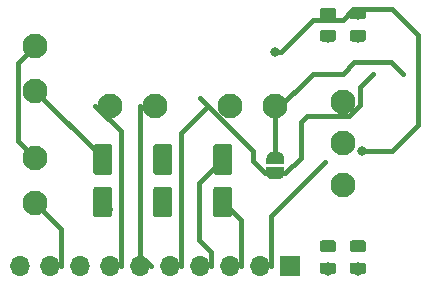
<source format=gbr>
G04 #@! TF.GenerationSoftware,KiCad,Pcbnew,5.1.4-e60b266~84~ubuntu18.04.1*
G04 #@! TF.CreationDate,2019-09-26T20:27:51+08:00*
G04 #@! TF.ProjectId,head,68656164-2e6b-4696-9361-645f70636258,rev?*
G04 #@! TF.SameCoordinates,Original*
G04 #@! TF.FileFunction,Copper,L1,Top*
G04 #@! TF.FilePolarity,Positive*
%FSLAX46Y46*%
G04 Gerber Fmt 4.6, Leading zero omitted, Abs format (unit mm)*
G04 Created by KiCad (PCBNEW 5.1.4-e60b266~84~ubuntu18.04.1) date 2019-09-26 20:27:51*
%MOMM*%
%LPD*%
G04 APERTURE LIST*
%ADD10C,0.100000*%
%ADD11C,0.975000*%
%ADD12C,1.600000*%
%ADD13C,2.100000*%
%ADD14C,0.500000*%
%ADD15O,1.700000X1.700000*%
%ADD16R,1.700000X1.700000*%
%ADD17C,0.800000*%
%ADD18C,0.400000*%
G04 APERTURE END LIST*
D10*
G36*
X77950142Y-47598174D02*
G01*
X77973803Y-47601684D01*
X77997007Y-47607496D01*
X78019529Y-47615554D01*
X78041153Y-47625782D01*
X78061670Y-47638079D01*
X78080883Y-47652329D01*
X78098607Y-47668393D01*
X78114671Y-47686117D01*
X78128921Y-47705330D01*
X78141218Y-47725847D01*
X78151446Y-47747471D01*
X78159504Y-47769993D01*
X78165316Y-47793197D01*
X78168826Y-47816858D01*
X78170000Y-47840750D01*
X78170000Y-48328250D01*
X78168826Y-48352142D01*
X78165316Y-48375803D01*
X78159504Y-48399007D01*
X78151446Y-48421529D01*
X78141218Y-48443153D01*
X78128921Y-48463670D01*
X78114671Y-48482883D01*
X78098607Y-48500607D01*
X78080883Y-48516671D01*
X78061670Y-48530921D01*
X78041153Y-48543218D01*
X78019529Y-48553446D01*
X77997007Y-48561504D01*
X77973803Y-48567316D01*
X77950142Y-48570826D01*
X77926250Y-48572000D01*
X77013750Y-48572000D01*
X76989858Y-48570826D01*
X76966197Y-48567316D01*
X76942993Y-48561504D01*
X76920471Y-48553446D01*
X76898847Y-48543218D01*
X76878330Y-48530921D01*
X76859117Y-48516671D01*
X76841393Y-48500607D01*
X76825329Y-48482883D01*
X76811079Y-48463670D01*
X76798782Y-48443153D01*
X76788554Y-48421529D01*
X76780496Y-48399007D01*
X76774684Y-48375803D01*
X76771174Y-48352142D01*
X76770000Y-48328250D01*
X76770000Y-47840750D01*
X76771174Y-47816858D01*
X76774684Y-47793197D01*
X76780496Y-47769993D01*
X76788554Y-47747471D01*
X76798782Y-47725847D01*
X76811079Y-47705330D01*
X76825329Y-47686117D01*
X76841393Y-47668393D01*
X76859117Y-47652329D01*
X76878330Y-47638079D01*
X76898847Y-47625782D01*
X76920471Y-47615554D01*
X76942993Y-47607496D01*
X76966197Y-47601684D01*
X76989858Y-47598174D01*
X77013750Y-47597000D01*
X77926250Y-47597000D01*
X77950142Y-47598174D01*
X77950142Y-47598174D01*
G37*
D11*
X77470000Y-48084500D03*
D10*
G36*
X77950142Y-49473174D02*
G01*
X77973803Y-49476684D01*
X77997007Y-49482496D01*
X78019529Y-49490554D01*
X78041153Y-49500782D01*
X78061670Y-49513079D01*
X78080883Y-49527329D01*
X78098607Y-49543393D01*
X78114671Y-49561117D01*
X78128921Y-49580330D01*
X78141218Y-49600847D01*
X78151446Y-49622471D01*
X78159504Y-49644993D01*
X78165316Y-49668197D01*
X78168826Y-49691858D01*
X78170000Y-49715750D01*
X78170000Y-50203250D01*
X78168826Y-50227142D01*
X78165316Y-50250803D01*
X78159504Y-50274007D01*
X78151446Y-50296529D01*
X78141218Y-50318153D01*
X78128921Y-50338670D01*
X78114671Y-50357883D01*
X78098607Y-50375607D01*
X78080883Y-50391671D01*
X78061670Y-50405921D01*
X78041153Y-50418218D01*
X78019529Y-50428446D01*
X77997007Y-50436504D01*
X77973803Y-50442316D01*
X77950142Y-50445826D01*
X77926250Y-50447000D01*
X77013750Y-50447000D01*
X76989858Y-50445826D01*
X76966197Y-50442316D01*
X76942993Y-50436504D01*
X76920471Y-50428446D01*
X76898847Y-50418218D01*
X76878330Y-50405921D01*
X76859117Y-50391671D01*
X76841393Y-50375607D01*
X76825329Y-50357883D01*
X76811079Y-50338670D01*
X76798782Y-50318153D01*
X76788554Y-50296529D01*
X76780496Y-50274007D01*
X76774684Y-50250803D01*
X76771174Y-50227142D01*
X76770000Y-50203250D01*
X76770000Y-49715750D01*
X76771174Y-49691858D01*
X76774684Y-49668197D01*
X76780496Y-49644993D01*
X76788554Y-49622471D01*
X76798782Y-49600847D01*
X76811079Y-49580330D01*
X76825329Y-49561117D01*
X76841393Y-49543393D01*
X76859117Y-49527329D01*
X76878330Y-49513079D01*
X76898847Y-49500782D01*
X76920471Y-49490554D01*
X76942993Y-49482496D01*
X76966197Y-49476684D01*
X76989858Y-49473174D01*
X77013750Y-49472000D01*
X77926250Y-49472000D01*
X77950142Y-49473174D01*
X77950142Y-49473174D01*
G37*
D11*
X77470000Y-49959500D03*
D10*
G36*
X75410142Y-47598174D02*
G01*
X75433803Y-47601684D01*
X75457007Y-47607496D01*
X75479529Y-47615554D01*
X75501153Y-47625782D01*
X75521670Y-47638079D01*
X75540883Y-47652329D01*
X75558607Y-47668393D01*
X75574671Y-47686117D01*
X75588921Y-47705330D01*
X75601218Y-47725847D01*
X75611446Y-47747471D01*
X75619504Y-47769993D01*
X75625316Y-47793197D01*
X75628826Y-47816858D01*
X75630000Y-47840750D01*
X75630000Y-48328250D01*
X75628826Y-48352142D01*
X75625316Y-48375803D01*
X75619504Y-48399007D01*
X75611446Y-48421529D01*
X75601218Y-48443153D01*
X75588921Y-48463670D01*
X75574671Y-48482883D01*
X75558607Y-48500607D01*
X75540883Y-48516671D01*
X75521670Y-48530921D01*
X75501153Y-48543218D01*
X75479529Y-48553446D01*
X75457007Y-48561504D01*
X75433803Y-48567316D01*
X75410142Y-48570826D01*
X75386250Y-48572000D01*
X74473750Y-48572000D01*
X74449858Y-48570826D01*
X74426197Y-48567316D01*
X74402993Y-48561504D01*
X74380471Y-48553446D01*
X74358847Y-48543218D01*
X74338330Y-48530921D01*
X74319117Y-48516671D01*
X74301393Y-48500607D01*
X74285329Y-48482883D01*
X74271079Y-48463670D01*
X74258782Y-48443153D01*
X74248554Y-48421529D01*
X74240496Y-48399007D01*
X74234684Y-48375803D01*
X74231174Y-48352142D01*
X74230000Y-48328250D01*
X74230000Y-47840750D01*
X74231174Y-47816858D01*
X74234684Y-47793197D01*
X74240496Y-47769993D01*
X74248554Y-47747471D01*
X74258782Y-47725847D01*
X74271079Y-47705330D01*
X74285329Y-47686117D01*
X74301393Y-47668393D01*
X74319117Y-47652329D01*
X74338330Y-47638079D01*
X74358847Y-47625782D01*
X74380471Y-47615554D01*
X74402993Y-47607496D01*
X74426197Y-47601684D01*
X74449858Y-47598174D01*
X74473750Y-47597000D01*
X75386250Y-47597000D01*
X75410142Y-47598174D01*
X75410142Y-47598174D01*
G37*
D11*
X74930000Y-48084500D03*
D10*
G36*
X75410142Y-49473174D02*
G01*
X75433803Y-49476684D01*
X75457007Y-49482496D01*
X75479529Y-49490554D01*
X75501153Y-49500782D01*
X75521670Y-49513079D01*
X75540883Y-49527329D01*
X75558607Y-49543393D01*
X75574671Y-49561117D01*
X75588921Y-49580330D01*
X75601218Y-49600847D01*
X75611446Y-49622471D01*
X75619504Y-49644993D01*
X75625316Y-49668197D01*
X75628826Y-49691858D01*
X75630000Y-49715750D01*
X75630000Y-50203250D01*
X75628826Y-50227142D01*
X75625316Y-50250803D01*
X75619504Y-50274007D01*
X75611446Y-50296529D01*
X75601218Y-50318153D01*
X75588921Y-50338670D01*
X75574671Y-50357883D01*
X75558607Y-50375607D01*
X75540883Y-50391671D01*
X75521670Y-50405921D01*
X75501153Y-50418218D01*
X75479529Y-50428446D01*
X75457007Y-50436504D01*
X75433803Y-50442316D01*
X75410142Y-50445826D01*
X75386250Y-50447000D01*
X74473750Y-50447000D01*
X74449858Y-50445826D01*
X74426197Y-50442316D01*
X74402993Y-50436504D01*
X74380471Y-50428446D01*
X74358847Y-50418218D01*
X74338330Y-50405921D01*
X74319117Y-50391671D01*
X74301393Y-50375607D01*
X74285329Y-50357883D01*
X74271079Y-50338670D01*
X74258782Y-50318153D01*
X74248554Y-50296529D01*
X74240496Y-50274007D01*
X74234684Y-50250803D01*
X74231174Y-50227142D01*
X74230000Y-50203250D01*
X74230000Y-49715750D01*
X74231174Y-49691858D01*
X74234684Y-49668197D01*
X74240496Y-49644993D01*
X74248554Y-49622471D01*
X74258782Y-49600847D01*
X74271079Y-49580330D01*
X74285329Y-49561117D01*
X74301393Y-49543393D01*
X74319117Y-49527329D01*
X74338330Y-49513079D01*
X74358847Y-49500782D01*
X74380471Y-49490554D01*
X74402993Y-49482496D01*
X74426197Y-49476684D01*
X74449858Y-49473174D01*
X74473750Y-49472000D01*
X75386250Y-49472000D01*
X75410142Y-49473174D01*
X75410142Y-49473174D01*
G37*
D11*
X74930000Y-49959500D03*
D10*
G36*
X77950142Y-27913174D02*
G01*
X77973803Y-27916684D01*
X77997007Y-27922496D01*
X78019529Y-27930554D01*
X78041153Y-27940782D01*
X78061670Y-27953079D01*
X78080883Y-27967329D01*
X78098607Y-27983393D01*
X78114671Y-28001117D01*
X78128921Y-28020330D01*
X78141218Y-28040847D01*
X78151446Y-28062471D01*
X78159504Y-28084993D01*
X78165316Y-28108197D01*
X78168826Y-28131858D01*
X78170000Y-28155750D01*
X78170000Y-28643250D01*
X78168826Y-28667142D01*
X78165316Y-28690803D01*
X78159504Y-28714007D01*
X78151446Y-28736529D01*
X78141218Y-28758153D01*
X78128921Y-28778670D01*
X78114671Y-28797883D01*
X78098607Y-28815607D01*
X78080883Y-28831671D01*
X78061670Y-28845921D01*
X78041153Y-28858218D01*
X78019529Y-28868446D01*
X77997007Y-28876504D01*
X77973803Y-28882316D01*
X77950142Y-28885826D01*
X77926250Y-28887000D01*
X77013750Y-28887000D01*
X76989858Y-28885826D01*
X76966197Y-28882316D01*
X76942993Y-28876504D01*
X76920471Y-28868446D01*
X76898847Y-28858218D01*
X76878330Y-28845921D01*
X76859117Y-28831671D01*
X76841393Y-28815607D01*
X76825329Y-28797883D01*
X76811079Y-28778670D01*
X76798782Y-28758153D01*
X76788554Y-28736529D01*
X76780496Y-28714007D01*
X76774684Y-28690803D01*
X76771174Y-28667142D01*
X76770000Y-28643250D01*
X76770000Y-28155750D01*
X76771174Y-28131858D01*
X76774684Y-28108197D01*
X76780496Y-28084993D01*
X76788554Y-28062471D01*
X76798782Y-28040847D01*
X76811079Y-28020330D01*
X76825329Y-28001117D01*
X76841393Y-27983393D01*
X76859117Y-27967329D01*
X76878330Y-27953079D01*
X76898847Y-27940782D01*
X76920471Y-27930554D01*
X76942993Y-27922496D01*
X76966197Y-27916684D01*
X76989858Y-27913174D01*
X77013750Y-27912000D01*
X77926250Y-27912000D01*
X77950142Y-27913174D01*
X77950142Y-27913174D01*
G37*
D11*
X77470000Y-28399500D03*
D10*
G36*
X77950142Y-29788174D02*
G01*
X77973803Y-29791684D01*
X77997007Y-29797496D01*
X78019529Y-29805554D01*
X78041153Y-29815782D01*
X78061670Y-29828079D01*
X78080883Y-29842329D01*
X78098607Y-29858393D01*
X78114671Y-29876117D01*
X78128921Y-29895330D01*
X78141218Y-29915847D01*
X78151446Y-29937471D01*
X78159504Y-29959993D01*
X78165316Y-29983197D01*
X78168826Y-30006858D01*
X78170000Y-30030750D01*
X78170000Y-30518250D01*
X78168826Y-30542142D01*
X78165316Y-30565803D01*
X78159504Y-30589007D01*
X78151446Y-30611529D01*
X78141218Y-30633153D01*
X78128921Y-30653670D01*
X78114671Y-30672883D01*
X78098607Y-30690607D01*
X78080883Y-30706671D01*
X78061670Y-30720921D01*
X78041153Y-30733218D01*
X78019529Y-30743446D01*
X77997007Y-30751504D01*
X77973803Y-30757316D01*
X77950142Y-30760826D01*
X77926250Y-30762000D01*
X77013750Y-30762000D01*
X76989858Y-30760826D01*
X76966197Y-30757316D01*
X76942993Y-30751504D01*
X76920471Y-30743446D01*
X76898847Y-30733218D01*
X76878330Y-30720921D01*
X76859117Y-30706671D01*
X76841393Y-30690607D01*
X76825329Y-30672883D01*
X76811079Y-30653670D01*
X76798782Y-30633153D01*
X76788554Y-30611529D01*
X76780496Y-30589007D01*
X76774684Y-30565803D01*
X76771174Y-30542142D01*
X76770000Y-30518250D01*
X76770000Y-30030750D01*
X76771174Y-30006858D01*
X76774684Y-29983197D01*
X76780496Y-29959993D01*
X76788554Y-29937471D01*
X76798782Y-29915847D01*
X76811079Y-29895330D01*
X76825329Y-29876117D01*
X76841393Y-29858393D01*
X76859117Y-29842329D01*
X76878330Y-29828079D01*
X76898847Y-29815782D01*
X76920471Y-29805554D01*
X76942993Y-29797496D01*
X76966197Y-29791684D01*
X76989858Y-29788174D01*
X77013750Y-29787000D01*
X77926250Y-29787000D01*
X77950142Y-29788174D01*
X77950142Y-29788174D01*
G37*
D11*
X77470000Y-30274500D03*
D10*
G36*
X75410142Y-27913174D02*
G01*
X75433803Y-27916684D01*
X75457007Y-27922496D01*
X75479529Y-27930554D01*
X75501153Y-27940782D01*
X75521670Y-27953079D01*
X75540883Y-27967329D01*
X75558607Y-27983393D01*
X75574671Y-28001117D01*
X75588921Y-28020330D01*
X75601218Y-28040847D01*
X75611446Y-28062471D01*
X75619504Y-28084993D01*
X75625316Y-28108197D01*
X75628826Y-28131858D01*
X75630000Y-28155750D01*
X75630000Y-28643250D01*
X75628826Y-28667142D01*
X75625316Y-28690803D01*
X75619504Y-28714007D01*
X75611446Y-28736529D01*
X75601218Y-28758153D01*
X75588921Y-28778670D01*
X75574671Y-28797883D01*
X75558607Y-28815607D01*
X75540883Y-28831671D01*
X75521670Y-28845921D01*
X75501153Y-28858218D01*
X75479529Y-28868446D01*
X75457007Y-28876504D01*
X75433803Y-28882316D01*
X75410142Y-28885826D01*
X75386250Y-28887000D01*
X74473750Y-28887000D01*
X74449858Y-28885826D01*
X74426197Y-28882316D01*
X74402993Y-28876504D01*
X74380471Y-28868446D01*
X74358847Y-28858218D01*
X74338330Y-28845921D01*
X74319117Y-28831671D01*
X74301393Y-28815607D01*
X74285329Y-28797883D01*
X74271079Y-28778670D01*
X74258782Y-28758153D01*
X74248554Y-28736529D01*
X74240496Y-28714007D01*
X74234684Y-28690803D01*
X74231174Y-28667142D01*
X74230000Y-28643250D01*
X74230000Y-28155750D01*
X74231174Y-28131858D01*
X74234684Y-28108197D01*
X74240496Y-28084993D01*
X74248554Y-28062471D01*
X74258782Y-28040847D01*
X74271079Y-28020330D01*
X74285329Y-28001117D01*
X74301393Y-27983393D01*
X74319117Y-27967329D01*
X74338330Y-27953079D01*
X74358847Y-27940782D01*
X74380471Y-27930554D01*
X74402993Y-27922496D01*
X74426197Y-27916684D01*
X74449858Y-27913174D01*
X74473750Y-27912000D01*
X75386250Y-27912000D01*
X75410142Y-27913174D01*
X75410142Y-27913174D01*
G37*
D11*
X74930000Y-28399500D03*
D10*
G36*
X75410142Y-29788174D02*
G01*
X75433803Y-29791684D01*
X75457007Y-29797496D01*
X75479529Y-29805554D01*
X75501153Y-29815782D01*
X75521670Y-29828079D01*
X75540883Y-29842329D01*
X75558607Y-29858393D01*
X75574671Y-29876117D01*
X75588921Y-29895330D01*
X75601218Y-29915847D01*
X75611446Y-29937471D01*
X75619504Y-29959993D01*
X75625316Y-29983197D01*
X75628826Y-30006858D01*
X75630000Y-30030750D01*
X75630000Y-30518250D01*
X75628826Y-30542142D01*
X75625316Y-30565803D01*
X75619504Y-30589007D01*
X75611446Y-30611529D01*
X75601218Y-30633153D01*
X75588921Y-30653670D01*
X75574671Y-30672883D01*
X75558607Y-30690607D01*
X75540883Y-30706671D01*
X75521670Y-30720921D01*
X75501153Y-30733218D01*
X75479529Y-30743446D01*
X75457007Y-30751504D01*
X75433803Y-30757316D01*
X75410142Y-30760826D01*
X75386250Y-30762000D01*
X74473750Y-30762000D01*
X74449858Y-30760826D01*
X74426197Y-30757316D01*
X74402993Y-30751504D01*
X74380471Y-30743446D01*
X74358847Y-30733218D01*
X74338330Y-30720921D01*
X74319117Y-30706671D01*
X74301393Y-30690607D01*
X74285329Y-30672883D01*
X74271079Y-30653670D01*
X74258782Y-30633153D01*
X74248554Y-30611529D01*
X74240496Y-30589007D01*
X74234684Y-30565803D01*
X74231174Y-30542142D01*
X74230000Y-30518250D01*
X74230000Y-30030750D01*
X74231174Y-30006858D01*
X74234684Y-29983197D01*
X74240496Y-29959993D01*
X74248554Y-29937471D01*
X74258782Y-29915847D01*
X74271079Y-29895330D01*
X74285329Y-29876117D01*
X74301393Y-29858393D01*
X74319117Y-29842329D01*
X74338330Y-29828079D01*
X74358847Y-29815782D01*
X74380471Y-29805554D01*
X74402993Y-29797496D01*
X74426197Y-29791684D01*
X74449858Y-29788174D01*
X74473750Y-29787000D01*
X75386250Y-29787000D01*
X75410142Y-29788174D01*
X75410142Y-29788174D01*
G37*
D11*
X74930000Y-30274500D03*
D10*
G36*
X66614504Y-43046204D02*
G01*
X66638773Y-43049804D01*
X66662571Y-43055765D01*
X66685671Y-43064030D01*
X66707849Y-43074520D01*
X66728893Y-43087133D01*
X66748598Y-43101747D01*
X66766777Y-43118223D01*
X66783253Y-43136402D01*
X66797867Y-43156107D01*
X66810480Y-43177151D01*
X66820970Y-43199329D01*
X66829235Y-43222429D01*
X66835196Y-43246227D01*
X66838796Y-43270496D01*
X66840000Y-43295000D01*
X66840000Y-45395000D01*
X66838796Y-45419504D01*
X66835196Y-45443773D01*
X66829235Y-45467571D01*
X66820970Y-45490671D01*
X66810480Y-45512849D01*
X66797867Y-45533893D01*
X66783253Y-45553598D01*
X66766777Y-45571777D01*
X66748598Y-45588253D01*
X66728893Y-45602867D01*
X66707849Y-45615480D01*
X66685671Y-45625970D01*
X66662571Y-45634235D01*
X66638773Y-45640196D01*
X66614504Y-45643796D01*
X66590000Y-45645000D01*
X65490000Y-45645000D01*
X65465496Y-45643796D01*
X65441227Y-45640196D01*
X65417429Y-45634235D01*
X65394329Y-45625970D01*
X65372151Y-45615480D01*
X65351107Y-45602867D01*
X65331402Y-45588253D01*
X65313223Y-45571777D01*
X65296747Y-45553598D01*
X65282133Y-45533893D01*
X65269520Y-45512849D01*
X65259030Y-45490671D01*
X65250765Y-45467571D01*
X65244804Y-45443773D01*
X65241204Y-45419504D01*
X65240000Y-45395000D01*
X65240000Y-43295000D01*
X65241204Y-43270496D01*
X65244804Y-43246227D01*
X65250765Y-43222429D01*
X65259030Y-43199329D01*
X65269520Y-43177151D01*
X65282133Y-43156107D01*
X65296747Y-43136402D01*
X65313223Y-43118223D01*
X65331402Y-43101747D01*
X65351107Y-43087133D01*
X65372151Y-43074520D01*
X65394329Y-43064030D01*
X65417429Y-43055765D01*
X65441227Y-43049804D01*
X65465496Y-43046204D01*
X65490000Y-43045000D01*
X66590000Y-43045000D01*
X66614504Y-43046204D01*
X66614504Y-43046204D01*
G37*
D12*
X66040000Y-44345000D03*
D10*
G36*
X66614504Y-39446204D02*
G01*
X66638773Y-39449804D01*
X66662571Y-39455765D01*
X66685671Y-39464030D01*
X66707849Y-39474520D01*
X66728893Y-39487133D01*
X66748598Y-39501747D01*
X66766777Y-39518223D01*
X66783253Y-39536402D01*
X66797867Y-39556107D01*
X66810480Y-39577151D01*
X66820970Y-39599329D01*
X66829235Y-39622429D01*
X66835196Y-39646227D01*
X66838796Y-39670496D01*
X66840000Y-39695000D01*
X66840000Y-41795000D01*
X66838796Y-41819504D01*
X66835196Y-41843773D01*
X66829235Y-41867571D01*
X66820970Y-41890671D01*
X66810480Y-41912849D01*
X66797867Y-41933893D01*
X66783253Y-41953598D01*
X66766777Y-41971777D01*
X66748598Y-41988253D01*
X66728893Y-42002867D01*
X66707849Y-42015480D01*
X66685671Y-42025970D01*
X66662571Y-42034235D01*
X66638773Y-42040196D01*
X66614504Y-42043796D01*
X66590000Y-42045000D01*
X65490000Y-42045000D01*
X65465496Y-42043796D01*
X65441227Y-42040196D01*
X65417429Y-42034235D01*
X65394329Y-42025970D01*
X65372151Y-42015480D01*
X65351107Y-42002867D01*
X65331402Y-41988253D01*
X65313223Y-41971777D01*
X65296747Y-41953598D01*
X65282133Y-41933893D01*
X65269520Y-41912849D01*
X65259030Y-41890671D01*
X65250765Y-41867571D01*
X65244804Y-41843773D01*
X65241204Y-41819504D01*
X65240000Y-41795000D01*
X65240000Y-39695000D01*
X65241204Y-39670496D01*
X65244804Y-39646227D01*
X65250765Y-39622429D01*
X65259030Y-39599329D01*
X65269520Y-39577151D01*
X65282133Y-39556107D01*
X65296747Y-39536402D01*
X65313223Y-39518223D01*
X65331402Y-39501747D01*
X65351107Y-39487133D01*
X65372151Y-39474520D01*
X65394329Y-39464030D01*
X65417429Y-39455765D01*
X65441227Y-39449804D01*
X65465496Y-39446204D01*
X65490000Y-39445000D01*
X66590000Y-39445000D01*
X66614504Y-39446204D01*
X66614504Y-39446204D01*
G37*
D12*
X66040000Y-40745000D03*
D10*
G36*
X56454504Y-43046204D02*
G01*
X56478773Y-43049804D01*
X56502571Y-43055765D01*
X56525671Y-43064030D01*
X56547849Y-43074520D01*
X56568893Y-43087133D01*
X56588598Y-43101747D01*
X56606777Y-43118223D01*
X56623253Y-43136402D01*
X56637867Y-43156107D01*
X56650480Y-43177151D01*
X56660970Y-43199329D01*
X56669235Y-43222429D01*
X56675196Y-43246227D01*
X56678796Y-43270496D01*
X56680000Y-43295000D01*
X56680000Y-45395000D01*
X56678796Y-45419504D01*
X56675196Y-45443773D01*
X56669235Y-45467571D01*
X56660970Y-45490671D01*
X56650480Y-45512849D01*
X56637867Y-45533893D01*
X56623253Y-45553598D01*
X56606777Y-45571777D01*
X56588598Y-45588253D01*
X56568893Y-45602867D01*
X56547849Y-45615480D01*
X56525671Y-45625970D01*
X56502571Y-45634235D01*
X56478773Y-45640196D01*
X56454504Y-45643796D01*
X56430000Y-45645000D01*
X55330000Y-45645000D01*
X55305496Y-45643796D01*
X55281227Y-45640196D01*
X55257429Y-45634235D01*
X55234329Y-45625970D01*
X55212151Y-45615480D01*
X55191107Y-45602867D01*
X55171402Y-45588253D01*
X55153223Y-45571777D01*
X55136747Y-45553598D01*
X55122133Y-45533893D01*
X55109520Y-45512849D01*
X55099030Y-45490671D01*
X55090765Y-45467571D01*
X55084804Y-45443773D01*
X55081204Y-45419504D01*
X55080000Y-45395000D01*
X55080000Y-43295000D01*
X55081204Y-43270496D01*
X55084804Y-43246227D01*
X55090765Y-43222429D01*
X55099030Y-43199329D01*
X55109520Y-43177151D01*
X55122133Y-43156107D01*
X55136747Y-43136402D01*
X55153223Y-43118223D01*
X55171402Y-43101747D01*
X55191107Y-43087133D01*
X55212151Y-43074520D01*
X55234329Y-43064030D01*
X55257429Y-43055765D01*
X55281227Y-43049804D01*
X55305496Y-43046204D01*
X55330000Y-43045000D01*
X56430000Y-43045000D01*
X56454504Y-43046204D01*
X56454504Y-43046204D01*
G37*
D12*
X55880000Y-44345000D03*
D10*
G36*
X56454504Y-39446204D02*
G01*
X56478773Y-39449804D01*
X56502571Y-39455765D01*
X56525671Y-39464030D01*
X56547849Y-39474520D01*
X56568893Y-39487133D01*
X56588598Y-39501747D01*
X56606777Y-39518223D01*
X56623253Y-39536402D01*
X56637867Y-39556107D01*
X56650480Y-39577151D01*
X56660970Y-39599329D01*
X56669235Y-39622429D01*
X56675196Y-39646227D01*
X56678796Y-39670496D01*
X56680000Y-39695000D01*
X56680000Y-41795000D01*
X56678796Y-41819504D01*
X56675196Y-41843773D01*
X56669235Y-41867571D01*
X56660970Y-41890671D01*
X56650480Y-41912849D01*
X56637867Y-41933893D01*
X56623253Y-41953598D01*
X56606777Y-41971777D01*
X56588598Y-41988253D01*
X56568893Y-42002867D01*
X56547849Y-42015480D01*
X56525671Y-42025970D01*
X56502571Y-42034235D01*
X56478773Y-42040196D01*
X56454504Y-42043796D01*
X56430000Y-42045000D01*
X55330000Y-42045000D01*
X55305496Y-42043796D01*
X55281227Y-42040196D01*
X55257429Y-42034235D01*
X55234329Y-42025970D01*
X55212151Y-42015480D01*
X55191107Y-42002867D01*
X55171402Y-41988253D01*
X55153223Y-41971777D01*
X55136747Y-41953598D01*
X55122133Y-41933893D01*
X55109520Y-41912849D01*
X55099030Y-41890671D01*
X55090765Y-41867571D01*
X55084804Y-41843773D01*
X55081204Y-41819504D01*
X55080000Y-41795000D01*
X55080000Y-39695000D01*
X55081204Y-39670496D01*
X55084804Y-39646227D01*
X55090765Y-39622429D01*
X55099030Y-39599329D01*
X55109520Y-39577151D01*
X55122133Y-39556107D01*
X55136747Y-39536402D01*
X55153223Y-39518223D01*
X55171402Y-39501747D01*
X55191107Y-39487133D01*
X55212151Y-39474520D01*
X55234329Y-39464030D01*
X55257429Y-39455765D01*
X55281227Y-39449804D01*
X55305496Y-39446204D01*
X55330000Y-39445000D01*
X56430000Y-39445000D01*
X56454504Y-39446204D01*
X56454504Y-39446204D01*
G37*
D12*
X55880000Y-40745000D03*
D10*
G36*
X61534504Y-43046204D02*
G01*
X61558773Y-43049804D01*
X61582571Y-43055765D01*
X61605671Y-43064030D01*
X61627849Y-43074520D01*
X61648893Y-43087133D01*
X61668598Y-43101747D01*
X61686777Y-43118223D01*
X61703253Y-43136402D01*
X61717867Y-43156107D01*
X61730480Y-43177151D01*
X61740970Y-43199329D01*
X61749235Y-43222429D01*
X61755196Y-43246227D01*
X61758796Y-43270496D01*
X61760000Y-43295000D01*
X61760000Y-45395000D01*
X61758796Y-45419504D01*
X61755196Y-45443773D01*
X61749235Y-45467571D01*
X61740970Y-45490671D01*
X61730480Y-45512849D01*
X61717867Y-45533893D01*
X61703253Y-45553598D01*
X61686777Y-45571777D01*
X61668598Y-45588253D01*
X61648893Y-45602867D01*
X61627849Y-45615480D01*
X61605671Y-45625970D01*
X61582571Y-45634235D01*
X61558773Y-45640196D01*
X61534504Y-45643796D01*
X61510000Y-45645000D01*
X60410000Y-45645000D01*
X60385496Y-45643796D01*
X60361227Y-45640196D01*
X60337429Y-45634235D01*
X60314329Y-45625970D01*
X60292151Y-45615480D01*
X60271107Y-45602867D01*
X60251402Y-45588253D01*
X60233223Y-45571777D01*
X60216747Y-45553598D01*
X60202133Y-45533893D01*
X60189520Y-45512849D01*
X60179030Y-45490671D01*
X60170765Y-45467571D01*
X60164804Y-45443773D01*
X60161204Y-45419504D01*
X60160000Y-45395000D01*
X60160000Y-43295000D01*
X60161204Y-43270496D01*
X60164804Y-43246227D01*
X60170765Y-43222429D01*
X60179030Y-43199329D01*
X60189520Y-43177151D01*
X60202133Y-43156107D01*
X60216747Y-43136402D01*
X60233223Y-43118223D01*
X60251402Y-43101747D01*
X60271107Y-43087133D01*
X60292151Y-43074520D01*
X60314329Y-43064030D01*
X60337429Y-43055765D01*
X60361227Y-43049804D01*
X60385496Y-43046204D01*
X60410000Y-43045000D01*
X61510000Y-43045000D01*
X61534504Y-43046204D01*
X61534504Y-43046204D01*
G37*
D12*
X60960000Y-44345000D03*
D10*
G36*
X61534504Y-39446204D02*
G01*
X61558773Y-39449804D01*
X61582571Y-39455765D01*
X61605671Y-39464030D01*
X61627849Y-39474520D01*
X61648893Y-39487133D01*
X61668598Y-39501747D01*
X61686777Y-39518223D01*
X61703253Y-39536402D01*
X61717867Y-39556107D01*
X61730480Y-39577151D01*
X61740970Y-39599329D01*
X61749235Y-39622429D01*
X61755196Y-39646227D01*
X61758796Y-39670496D01*
X61760000Y-39695000D01*
X61760000Y-41795000D01*
X61758796Y-41819504D01*
X61755196Y-41843773D01*
X61749235Y-41867571D01*
X61740970Y-41890671D01*
X61730480Y-41912849D01*
X61717867Y-41933893D01*
X61703253Y-41953598D01*
X61686777Y-41971777D01*
X61668598Y-41988253D01*
X61648893Y-42002867D01*
X61627849Y-42015480D01*
X61605671Y-42025970D01*
X61582571Y-42034235D01*
X61558773Y-42040196D01*
X61534504Y-42043796D01*
X61510000Y-42045000D01*
X60410000Y-42045000D01*
X60385496Y-42043796D01*
X60361227Y-42040196D01*
X60337429Y-42034235D01*
X60314329Y-42025970D01*
X60292151Y-42015480D01*
X60271107Y-42002867D01*
X60251402Y-41988253D01*
X60233223Y-41971777D01*
X60216747Y-41953598D01*
X60202133Y-41933893D01*
X60189520Y-41912849D01*
X60179030Y-41890671D01*
X60170765Y-41867571D01*
X60164804Y-41843773D01*
X60161204Y-41819504D01*
X60160000Y-41795000D01*
X60160000Y-39695000D01*
X60161204Y-39670496D01*
X60164804Y-39646227D01*
X60170765Y-39622429D01*
X60179030Y-39599329D01*
X60189520Y-39577151D01*
X60202133Y-39556107D01*
X60216747Y-39536402D01*
X60233223Y-39518223D01*
X60251402Y-39501747D01*
X60271107Y-39487133D01*
X60292151Y-39474520D01*
X60314329Y-39464030D01*
X60337429Y-39455765D01*
X60361227Y-39449804D01*
X60385496Y-39446204D01*
X60410000Y-39445000D01*
X61510000Y-39445000D01*
X61534504Y-39446204D01*
X61534504Y-39446204D01*
G37*
D12*
X60960000Y-40745000D03*
D13*
X50165000Y-31115000D03*
X50165000Y-34925000D03*
X50165000Y-40640000D03*
X50165000Y-44450000D03*
X60325000Y-36195000D03*
X56515000Y-36195000D03*
X70485000Y-36195000D03*
X66675000Y-36195000D03*
X76200000Y-42870000D03*
X76200000Y-39370000D03*
X76200000Y-35870000D03*
D14*
X70485000Y-40625000D03*
D10*
G36*
X69735602Y-40625000D02*
G01*
X69735602Y-40600466D01*
X69740412Y-40551635D01*
X69749984Y-40503510D01*
X69764228Y-40456555D01*
X69783005Y-40411222D01*
X69806136Y-40367949D01*
X69833396Y-40327150D01*
X69864524Y-40289221D01*
X69899221Y-40254524D01*
X69937150Y-40223396D01*
X69977949Y-40196136D01*
X70021222Y-40173005D01*
X70066555Y-40154228D01*
X70113510Y-40139984D01*
X70161635Y-40130412D01*
X70210466Y-40125602D01*
X70235000Y-40125602D01*
X70235000Y-40125000D01*
X70735000Y-40125000D01*
X70735000Y-40125602D01*
X70759534Y-40125602D01*
X70808365Y-40130412D01*
X70856490Y-40139984D01*
X70903445Y-40154228D01*
X70948778Y-40173005D01*
X70992051Y-40196136D01*
X71032850Y-40223396D01*
X71070779Y-40254524D01*
X71105476Y-40289221D01*
X71136604Y-40327150D01*
X71163864Y-40367949D01*
X71186995Y-40411222D01*
X71205772Y-40456555D01*
X71220016Y-40503510D01*
X71229588Y-40551635D01*
X71234398Y-40600466D01*
X71234398Y-40625000D01*
X71235000Y-40625000D01*
X71235000Y-41125000D01*
X69735000Y-41125000D01*
X69735000Y-40625000D01*
X69735602Y-40625000D01*
X69735602Y-40625000D01*
G37*
D14*
X70485000Y-41925000D03*
D10*
G36*
X71235000Y-41425000D02*
G01*
X71235000Y-41925000D01*
X71234398Y-41925000D01*
X71234398Y-41949534D01*
X71229588Y-41998365D01*
X71220016Y-42046490D01*
X71205772Y-42093445D01*
X71186995Y-42138778D01*
X71163864Y-42182051D01*
X71136604Y-42222850D01*
X71105476Y-42260779D01*
X71070779Y-42295476D01*
X71032850Y-42326604D01*
X70992051Y-42353864D01*
X70948778Y-42376995D01*
X70903445Y-42395772D01*
X70856490Y-42410016D01*
X70808365Y-42419588D01*
X70759534Y-42424398D01*
X70735000Y-42424398D01*
X70735000Y-42425000D01*
X70235000Y-42425000D01*
X70235000Y-42424398D01*
X70210466Y-42424398D01*
X70161635Y-42419588D01*
X70113510Y-42410016D01*
X70066555Y-42395772D01*
X70021222Y-42376995D01*
X69977949Y-42353864D01*
X69937150Y-42326604D01*
X69899221Y-42295476D01*
X69864524Y-42260779D01*
X69833396Y-42222850D01*
X69806136Y-42182051D01*
X69783005Y-42138778D01*
X69764228Y-42093445D01*
X69749984Y-42046490D01*
X69740412Y-41998365D01*
X69735602Y-41949534D01*
X69735602Y-41925000D01*
X69735000Y-41925000D01*
X69735000Y-41425000D01*
X71235000Y-41425000D01*
X71235000Y-41425000D01*
G37*
D15*
X48895000Y-49784000D03*
X51435000Y-49784000D03*
X53975000Y-49784000D03*
X56515000Y-49784000D03*
X59055000Y-49784000D03*
X61595000Y-49784000D03*
X64135000Y-49784000D03*
X66675000Y-49784000D03*
X69215000Y-49784000D03*
D16*
X71755000Y-49784000D03*
D17*
X60960000Y-44345000D03*
X66040000Y-44345000D03*
X55880000Y-44450000D03*
X70485000Y-40625000D03*
X70485000Y-31623000D03*
X77851004Y-40004996D03*
X66040000Y-40745000D03*
X60960000Y-40745000D03*
X74930000Y-30480000D03*
X77470000Y-30480000D03*
X74930000Y-50165000D03*
X77470000Y-50165000D03*
D18*
X70104000Y-45522000D02*
X74676000Y-40950000D01*
X70104000Y-49784000D02*
X70104000Y-45522000D01*
X48714999Y-32565001D02*
X50165000Y-31115000D01*
X48714999Y-39189999D02*
X48714999Y-32565001D01*
X50165000Y-40640000D02*
X48714999Y-39189999D01*
X56515000Y-44980000D02*
X55880000Y-44345000D01*
X67564000Y-45869000D02*
X66040000Y-44345000D01*
X67564000Y-49784000D02*
X67564000Y-45869000D01*
X77167500Y-32512000D02*
X76200000Y-33479500D01*
X80312500Y-32512000D02*
X77167500Y-32512000D01*
X81280000Y-33479500D02*
X80312500Y-32512000D01*
X76200000Y-33479500D02*
X73660000Y-33479500D01*
X70485000Y-36654500D02*
X70485000Y-40625000D01*
X73660000Y-33479500D02*
X70485000Y-36654500D01*
X64008000Y-47565919D02*
X64008000Y-42777000D01*
X64008000Y-42777000D02*
X66040000Y-40745000D01*
X65024000Y-49784000D02*
X65024000Y-48581919D01*
X65024000Y-48581919D02*
X64008000Y-47565919D01*
X82550000Y-37846000D02*
X80391004Y-40004996D01*
X82550000Y-30177500D02*
X82550000Y-37846000D01*
X80391004Y-40004996D02*
X77851004Y-40004996D01*
X70944500Y-31623000D02*
X73660000Y-28907500D01*
X70485000Y-31623000D02*
X70944500Y-31623000D01*
X76200000Y-28907500D02*
X77087510Y-28019990D01*
X77087510Y-28019990D02*
X80392490Y-28019990D01*
X73660000Y-28907500D02*
X76200000Y-28907500D01*
X80392490Y-28019990D02*
X82550000Y-30177500D01*
X55880000Y-40640000D02*
X55880000Y-40745000D01*
X50165000Y-34925000D02*
X55880000Y-40640000D01*
X57404000Y-38354000D02*
X55245000Y-36195000D01*
X57404000Y-49784000D02*
X57404000Y-38354000D01*
X52324000Y-46609000D02*
X50165000Y-44450000D01*
X52324000Y-49784000D02*
X52324000Y-46609000D01*
X69637408Y-41925000D02*
X68580000Y-40867592D01*
X70485000Y-41925000D02*
X69637408Y-41925000D01*
X62484000Y-38481000D02*
X64770000Y-36195000D01*
X62484000Y-49784000D02*
X62484000Y-38481000D01*
X68580000Y-40005000D02*
X64135000Y-35560000D01*
X68580000Y-40867592D02*
X68580000Y-40005000D01*
X64135000Y-35560000D02*
X64770000Y-36195000D01*
X72644000Y-40613592D02*
X71332592Y-41925000D01*
X71332592Y-41925000D02*
X70485000Y-41925000D01*
X77639990Y-34579510D02*
X77639990Y-36152010D01*
X78740000Y-33479500D02*
X77639990Y-34579510D01*
X77639990Y-36152010D02*
X76708000Y-37084000D01*
X76708000Y-37084000D02*
X73152000Y-37084000D01*
X73152000Y-37084000D02*
X72644000Y-37592000D01*
X72644000Y-37592000D02*
X72644000Y-40613592D01*
X59055000Y-48895000D02*
X59055000Y-36195000D01*
X59944000Y-49784000D02*
X59055000Y-48895000D01*
M02*

</source>
